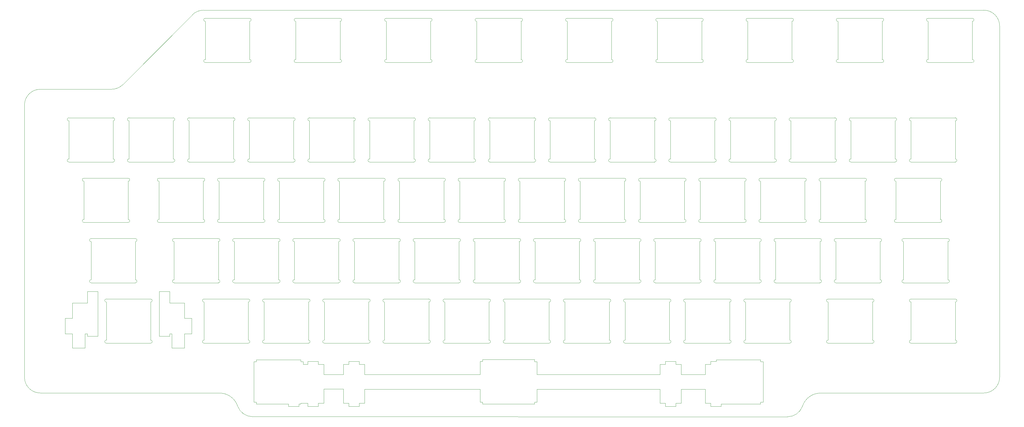
<source format=gm1>
G04 #@! TF.GenerationSoftware,KiCad,Pcbnew,5.1.9+dfsg1-1*
G04 #@! TF.CreationDate,2021-12-31T17:37:14+01:00*
G04 #@! TF.ProjectId,Atari130MXPlate,41746172-6931-4333-904d-58506c617465,C.5*
G04 #@! TF.SameCoordinates,Original*
G04 #@! TF.FileFunction,Profile,NP*
%FSLAX46Y46*%
G04 Gerber Fmt 4.6, Leading zero omitted, Abs format (unit mm)*
G04 Created by KiCad (PCBNEW 5.1.9+dfsg1-1) date 2021-12-31 17:37:14*
%MOMM*%
%LPD*%
G01*
G04 APERTURE LIST*
G04 #@! TA.AperFunction,Profile*
%ADD10C,0.100000*%
G04 #@! TD*
G04 #@! TA.AperFunction,Profile*
%ADD11C,0.050000*%
G04 #@! TD*
G04 #@! TA.AperFunction,Profile*
%ADD12C,0.120000*%
G04 #@! TD*
G04 APERTURE END LIST*
D10*
X115734300Y-146916400D02*
X119036100Y-146916400D01*
X126901200Y-136853710D02*
X133067300Y-136853710D01*
X133067400Y-141455400D02*
X126901200Y-141453580D01*
X121876600Y-145938500D02*
X121876600Y-146903700D01*
X125175700Y-146903700D02*
X125175700Y-145887700D01*
X125175800Y-145887700D02*
X126901300Y-145887700D01*
X125175800Y-132666770D02*
X121876700Y-132666770D01*
X126901200Y-136853710D02*
X126901200Y-133623510D01*
X119623200Y-145935240D02*
X121876600Y-145938500D01*
X125175700Y-133623510D02*
X125175800Y-132666770D01*
X126901200Y-133623510D02*
X125175700Y-133623510D01*
X121876600Y-146903700D02*
X125175700Y-146903700D01*
X121873800Y-132667000D02*
X121873800Y-133636210D01*
X126901300Y-145887700D02*
X126901200Y-141453580D01*
X134792500Y-145935240D02*
X134792500Y-146916400D01*
X252385500Y-146165370D02*
X264879500Y-146165370D01*
X176260400Y-145565930D02*
X177061200Y-145565930D01*
X105623660Y-132765310D02*
X104823030Y-132765310D01*
X177061200Y-145565930D02*
X177061300Y-146130530D01*
X119036100Y-146916400D02*
X119036100Y-146165370D01*
X264879500Y-132165910D02*
X250878500Y-132165910D01*
X138091600Y-146916400D02*
X138091600Y-145900400D01*
X193441800Y-132765310D02*
X193441900Y-132131070D01*
X194242600Y-132765310D02*
X193441800Y-132765310D01*
X233067500Y-145935240D02*
X234791500Y-145935240D01*
X252385600Y-146881560D02*
X252385500Y-146165370D01*
X238091500Y-145935240D02*
X239816500Y-145935240D01*
X194242600Y-141466280D02*
X233067500Y-141466280D01*
X119623200Y-132165910D02*
X105623660Y-132165910D01*
X233067500Y-141466280D02*
X233067500Y-145935240D01*
X120422400Y-133636210D02*
X120422400Y-132765310D01*
X121873800Y-133636210D02*
X120422400Y-133636210D01*
X105623660Y-145565930D02*
X105623660Y-146165370D01*
X247360500Y-141466280D02*
X247360500Y-145935240D01*
X139817100Y-141466280D02*
X176260400Y-141466280D01*
X115734300Y-146165370D02*
X115734300Y-146916400D01*
X119623200Y-132765310D02*
X119623200Y-132165910D01*
X120422400Y-132765310D02*
X119623200Y-132765310D01*
X176260400Y-141466280D02*
X176260400Y-145565930D01*
X264879500Y-132765310D02*
X264879500Y-132165910D01*
X265678500Y-132765310D02*
X264879500Y-132765310D01*
X139817200Y-136831570D02*
X139817100Y-133636210D01*
X265678600Y-145531090D02*
X265678500Y-132765310D01*
X133067400Y-133601370D02*
X133067300Y-136853710D01*
X193441800Y-145565930D02*
X194242600Y-145565930D01*
X119623200Y-146165370D02*
X119623200Y-145935240D01*
X133067300Y-145935240D02*
X134792500Y-145935240D01*
X239816500Y-141466280D02*
X247360500Y-141466280D01*
X104823030Y-145565930D02*
X105623660Y-145565930D01*
X194242600Y-145565930D02*
X194242600Y-141466280D01*
X247360500Y-145935240D02*
X249085500Y-145935240D01*
X139817100Y-133636210D02*
X138091600Y-133636210D01*
X104823030Y-132765310D02*
X104823030Y-145565930D01*
X249085500Y-132714310D02*
X249085600Y-133601370D01*
X250878500Y-132714310D02*
X249085500Y-132714310D01*
X264879500Y-146165370D02*
X264879600Y-145531090D01*
X239816500Y-145935240D02*
X239816500Y-141466280D01*
X250878500Y-132165910D02*
X250878500Y-132714310D01*
X134792500Y-146916400D02*
X138091600Y-146916400D01*
X119036100Y-146165370D02*
X119623200Y-146165370D01*
X234791500Y-145935240D02*
X234791600Y-146881560D01*
X249085500Y-145935240D02*
X249085600Y-146881560D01*
X105623660Y-132165910D02*
X105623660Y-132765310D01*
X105623660Y-146165370D02*
X115734300Y-146165370D01*
X238091600Y-133601370D02*
X238091600Y-132679470D01*
X239816600Y-133601370D02*
X238091600Y-133601370D01*
X234791600Y-132679470D02*
X234791600Y-133601370D01*
X238091600Y-132679470D02*
X234791600Y-132679470D01*
X193441900Y-146130530D02*
X193441800Y-145565930D01*
X238091600Y-146881560D02*
X238091500Y-145935240D01*
X249085600Y-133601370D02*
X247360600Y-133601370D01*
X134792600Y-132679470D02*
X134792600Y-133601370D01*
X138091700Y-132679470D02*
X134792600Y-132679470D01*
X264879600Y-145531090D02*
X265678600Y-145531090D01*
X233067600Y-133601370D02*
X233067600Y-136831570D01*
X234791600Y-133601370D02*
X233067600Y-133601370D01*
X138091700Y-133632200D02*
X138091700Y-132679470D01*
X133067400Y-141455400D02*
X133067300Y-145935240D01*
X247360600Y-133601370D02*
X247360600Y-136831570D01*
X176260500Y-132730470D02*
X176260500Y-136831570D01*
X177061300Y-132730470D02*
X176260500Y-132730470D01*
X134792600Y-133601370D02*
X133067400Y-133601370D01*
X177061300Y-132131070D02*
X177061300Y-132730470D01*
X193441900Y-132131070D02*
X177061300Y-132131070D01*
X234791600Y-146881560D02*
X238091600Y-146881560D01*
X177061300Y-146130530D02*
X193441900Y-146130530D01*
X249085600Y-146881560D02*
X252385600Y-146881560D01*
X176260500Y-136831570D02*
X139817200Y-136831570D01*
X239816600Y-136831570D02*
X239816600Y-133601370D01*
X247360600Y-136831570D02*
X239816600Y-136831570D01*
X194242700Y-136831570D02*
X194242600Y-132765310D01*
X233067600Y-136831570D02*
X194242700Y-136831570D01*
X139817200Y-145900400D02*
X139817100Y-141466280D01*
X138091700Y-145900400D02*
X139817200Y-145900400D01*
D11*
X85401918Y-23152338D02*
G75*
G02*
X88902060Y-21690000I3530622J-3530622D01*
G01*
X63432540Y-45218494D02*
G75*
G02*
X59897006Y-46682960I-3535534J3535534D01*
G01*
X32370000Y-51690000D02*
G75*
G02*
X37370000Y-46690000I5000000J0D01*
G01*
X37370000Y-142690000D02*
G75*
G02*
X32370000Y-137690000I0J5000000D01*
G01*
X93977645Y-142706976D02*
X37370000Y-142690000D01*
X99720157Y-146884367D02*
G75*
G03*
X93977645Y-142706976I-5742512J-1858319D01*
G01*
X99720157Y-146884367D02*
G75*
G03*
X104418620Y-150174266I4698463J1710101D01*
G01*
X278089444Y-146906806D02*
G75*
G02*
X283838715Y-142708398I5749271J-1837302D01*
G01*
X278089444Y-146906806D02*
G75*
G02*
X273390981Y-150196705I-4698463J1710101D01*
G01*
X340370000Y-137690000D02*
G75*
G02*
X335370000Y-142690000I-5000000J0D01*
G01*
X335370000Y-21690000D02*
G75*
G02*
X340370000Y-26690000I0J-5000000D01*
G01*
X63432540Y-45218494D02*
X85401918Y-23152338D01*
X37370000Y-46690000D02*
X59897006Y-46682960D01*
X32370000Y-137690000D02*
X32370000Y-51690000D01*
X273390981Y-150196705D02*
X104418620Y-150174266D01*
X335370000Y-21690000D02*
X88902060Y-21690000D01*
X340370000Y-137690000D02*
X340370000Y-26690000D01*
X283838715Y-142708398D02*
X335370000Y-142690000D01*
D12*
X89470000Y-38240000D02*
X103470000Y-38240000D01*
X89470000Y-24240000D02*
X103470000Y-24240000D01*
X89470000Y-25240000D02*
X89470000Y-37240000D01*
X103470000Y-25240000D02*
X103470000Y-37240000D01*
X103470000Y-24240000D02*
G75*
G02*
X103470000Y-25240000I0J-500000D01*
G01*
X89470000Y-25240000D02*
G75*
G02*
X89470000Y-24240000I0J500000D01*
G01*
X103470000Y-37240000D02*
G75*
G02*
X103470000Y-38240000I0J-500000D01*
G01*
X89470000Y-38240000D02*
G75*
G02*
X89470000Y-37240000I0J500000D01*
G01*
X118045000Y-38240000D02*
X132045000Y-38240000D01*
X118045000Y-24240000D02*
X132045000Y-24240000D01*
X118045000Y-25240000D02*
X118045000Y-37240000D01*
X132045000Y-25240000D02*
X132045000Y-37240000D01*
X132045000Y-24240000D02*
G75*
G02*
X132045000Y-25240000I0J-500000D01*
G01*
X118045000Y-25240000D02*
G75*
G02*
X118045000Y-24240000I0J500000D01*
G01*
X132045000Y-37240000D02*
G75*
G02*
X132045000Y-38240000I0J-500000D01*
G01*
X118045000Y-38240000D02*
G75*
G02*
X118045000Y-37240000I0J500000D01*
G01*
X146620000Y-38240000D02*
X160620000Y-38240000D01*
X146620000Y-24240000D02*
X160620000Y-24240000D01*
X146620000Y-25240000D02*
X146620000Y-37240000D01*
X160620000Y-25240000D02*
X160620000Y-37240000D01*
X160620000Y-24240000D02*
G75*
G02*
X160620000Y-25240000I0J-500000D01*
G01*
X146620000Y-25240000D02*
G75*
G02*
X146620000Y-24240000I0J500000D01*
G01*
X160620000Y-37240000D02*
G75*
G02*
X160620000Y-38240000I0J-500000D01*
G01*
X146620000Y-38240000D02*
G75*
G02*
X146620000Y-37240000I0J500000D01*
G01*
X175195000Y-38240000D02*
X189195000Y-38240000D01*
X175195000Y-24240000D02*
X189195000Y-24240000D01*
X175195000Y-25240000D02*
X175195000Y-37240000D01*
X189195000Y-25240000D02*
X189195000Y-37240000D01*
X189195000Y-24240000D02*
G75*
G02*
X189195000Y-25240000I0J-500000D01*
G01*
X175195000Y-25240000D02*
G75*
G02*
X175195000Y-24240000I0J500000D01*
G01*
X189195000Y-37240000D02*
G75*
G02*
X189195000Y-38240000I0J-500000D01*
G01*
X175195000Y-38240000D02*
G75*
G02*
X175195000Y-37240000I0J500000D01*
G01*
X289270000Y-38240000D02*
X303270000Y-38240000D01*
X289270000Y-24240000D02*
X303270000Y-24240000D01*
X289270000Y-25240000D02*
X289270000Y-37240000D01*
X303270000Y-25240000D02*
X303270000Y-37240000D01*
X303270000Y-24240000D02*
G75*
G02*
X303270000Y-25240000I0J-500000D01*
G01*
X289270000Y-25240000D02*
G75*
G02*
X289270000Y-24240000I0J500000D01*
G01*
X303270000Y-37240000D02*
G75*
G02*
X303270000Y-38240000I0J-500000D01*
G01*
X289270000Y-38240000D02*
G75*
G02*
X289270000Y-37240000I0J500000D01*
G01*
X232270000Y-38240000D02*
X246270000Y-38240000D01*
X232270000Y-24240000D02*
X246270000Y-24240000D01*
X232270000Y-25240000D02*
X232270000Y-37240000D01*
X246270000Y-25240000D02*
X246270000Y-37240000D01*
X246270000Y-24240000D02*
G75*
G02*
X246270000Y-25240000I0J-500000D01*
G01*
X232270000Y-25240000D02*
G75*
G02*
X232270000Y-24240000I0J500000D01*
G01*
X246270000Y-37240000D02*
G75*
G02*
X246270000Y-38240000I0J-500000D01*
G01*
X232270000Y-38240000D02*
G75*
G02*
X232270000Y-37240000I0J500000D01*
G01*
X203770000Y-38240000D02*
X217770000Y-38240000D01*
X203770000Y-24240000D02*
X217770000Y-24240000D01*
X203770000Y-25240000D02*
X203770000Y-37240000D01*
X217770000Y-25240000D02*
X217770000Y-37240000D01*
X217770000Y-24240000D02*
G75*
G02*
X217770000Y-25240000I0J-500000D01*
G01*
X203770000Y-25240000D02*
G75*
G02*
X203770000Y-24240000I0J500000D01*
G01*
X217770000Y-37240000D02*
G75*
G02*
X217770000Y-38240000I0J-500000D01*
G01*
X203770000Y-38240000D02*
G75*
G02*
X203770000Y-37240000I0J500000D01*
G01*
X317770000Y-38240000D02*
X331770000Y-38240000D01*
X317770000Y-24240000D02*
X331770000Y-24240000D01*
X317770000Y-25240000D02*
X317770000Y-37240000D01*
X331770000Y-25240000D02*
X331770000Y-37240000D01*
X331770000Y-24240000D02*
G75*
G02*
X331770000Y-25240000I0J-500000D01*
G01*
X317770000Y-25240000D02*
G75*
G02*
X317770000Y-24240000I0J500000D01*
G01*
X331770000Y-37240000D02*
G75*
G02*
X331770000Y-38240000I0J-500000D01*
G01*
X317770000Y-38240000D02*
G75*
G02*
X317770000Y-37240000I0J500000D01*
G01*
X260770000Y-38240000D02*
X274770000Y-38240000D01*
X260770000Y-24240000D02*
X274770000Y-24240000D01*
X260770000Y-25240000D02*
X260770000Y-37240000D01*
X274770000Y-25240000D02*
X274770000Y-37240000D01*
X274770000Y-24240000D02*
G75*
G02*
X274770000Y-25240000I0J-500000D01*
G01*
X260770000Y-25240000D02*
G75*
G02*
X260770000Y-24240000I0J500000D01*
G01*
X274770000Y-37240000D02*
G75*
G02*
X274770000Y-38240000I0J-500000D01*
G01*
X260770000Y-38240000D02*
G75*
G02*
X260770000Y-37240000I0J500000D01*
G01*
X82920000Y-128460000D02*
X82920000Y-123960000D01*
X78220000Y-123960000D02*
X78920000Y-123960000D01*
X82920000Y-114260000D02*
X82920000Y-119060000D01*
X82920000Y-123960000D02*
X85220000Y-123960000D01*
X85220000Y-123960000D02*
X85220000Y-119060000D01*
X78920000Y-128460000D02*
X82920000Y-128460000D01*
X78920000Y-123960000D02*
X78920000Y-128460000D01*
X85220000Y-119060000D02*
X82920000Y-119060000D01*
X78220000Y-114260000D02*
X82920000Y-114260000D01*
X78220000Y-124760000D02*
X78220000Y-123960000D01*
X74920000Y-124760000D02*
X78220000Y-124760000D01*
X74920000Y-110560000D02*
X74920000Y-124760000D01*
X78220000Y-110560000D02*
X78220000Y-114260000D01*
X74920000Y-110560000D02*
X78220000Y-110560000D01*
X72220000Y-113960000D02*
X72220000Y-125960000D01*
X58220000Y-126960000D02*
X72220000Y-126960000D01*
X58220000Y-112960000D02*
X72220000Y-112960000D01*
X58220000Y-113960000D02*
X58220000Y-125960000D01*
X47520000Y-114260000D02*
X47520000Y-119060000D01*
X45220000Y-119060000D02*
X47520000Y-119060000D01*
X45220000Y-123960000D02*
X45220000Y-119060000D01*
X47520000Y-123960000D02*
X45220000Y-123960000D01*
X47520000Y-128460000D02*
X47520000Y-123960000D01*
X51520000Y-128460000D02*
X47520000Y-128460000D01*
X51520000Y-123960000D02*
X51520000Y-128460000D01*
X52220000Y-123960000D02*
X51520000Y-123960000D01*
X52220000Y-124760000D02*
X52220000Y-123960000D01*
X55520000Y-124760000D02*
X52220000Y-124760000D01*
X55520000Y-110560000D02*
X55520000Y-124760000D01*
X55520000Y-110560000D02*
X52220000Y-110560000D01*
X52220000Y-110560000D02*
X52220000Y-114260000D01*
X52220000Y-114260000D02*
X47520000Y-114260000D01*
X58220000Y-126960000D02*
G75*
G02*
X58220000Y-125960000I0J500000D01*
G01*
X72220000Y-112960000D02*
G75*
G02*
X72220000Y-113960000I0J-500000D01*
G01*
X58220000Y-113960000D02*
G75*
G02*
X58220000Y-112960000I0J500000D01*
G01*
X72220000Y-125960000D02*
G75*
G02*
X72220000Y-126960000I0J-500000D01*
G01*
X324010000Y-94860000D02*
X324010000Y-106860000D01*
X310010000Y-93860000D02*
X324010000Y-93860000D01*
X310010000Y-107860000D02*
X324010000Y-107860000D01*
X310010000Y-94860000D02*
X310010000Y-106860000D01*
X310010000Y-107860000D02*
G75*
G02*
X310010000Y-106860000I0J500000D01*
G01*
X324010000Y-106860000D02*
G75*
G02*
X324010000Y-107860000I0J-500000D01*
G01*
X310010000Y-94860000D02*
G75*
G02*
X310010000Y-93860000I0J500000D01*
G01*
X324010000Y-93860000D02*
G75*
G02*
X324010000Y-94860000I0J-500000D01*
G01*
X67410000Y-94860000D02*
X67410000Y-106860000D01*
X53410000Y-94860000D02*
X53410000Y-106860000D01*
X53410000Y-93860000D02*
X67410000Y-93860000D01*
X53410000Y-107860000D02*
X67410000Y-107860000D01*
X67410000Y-93860000D02*
G75*
G02*
X67410000Y-94860000I0J-500000D01*
G01*
X53410000Y-94860000D02*
G75*
G02*
X53410000Y-93860000I0J500000D01*
G01*
X67410000Y-106860000D02*
G75*
G02*
X67410000Y-107860000I0J-500000D01*
G01*
X53410000Y-107860000D02*
G75*
G02*
X53410000Y-106860000I0J500000D01*
G01*
X300195000Y-113960000D02*
X300195000Y-125960000D01*
X286195000Y-113960000D02*
X286195000Y-125960000D01*
X286195000Y-112960000D02*
X300195000Y-112960000D01*
X286195000Y-126960000D02*
X300195000Y-126960000D01*
X300195000Y-112960000D02*
G75*
G02*
X300195000Y-113960000I0J-500000D01*
G01*
X286195000Y-113960000D02*
G75*
G02*
X286195000Y-112960000I0J500000D01*
G01*
X300195000Y-125960000D02*
G75*
G02*
X300195000Y-126960000I0J-500000D01*
G01*
X286195000Y-126960000D02*
G75*
G02*
X286195000Y-125960000I0J500000D01*
G01*
X51130000Y-88790000D02*
X65130000Y-88790000D01*
X51130000Y-74790000D02*
X65130000Y-74790000D01*
X51130000Y-75790000D02*
X51130000Y-87790000D01*
X65130000Y-75790000D02*
X65130000Y-87790000D01*
X65130000Y-74790000D02*
G75*
G02*
X65130000Y-75790000I0J-500000D01*
G01*
X51130000Y-75790000D02*
G75*
G02*
X51130000Y-74790000I0J500000D01*
G01*
X65130000Y-87790000D02*
G75*
G02*
X65130000Y-88790000I0J-500000D01*
G01*
X51130000Y-88790000D02*
G75*
G02*
X51130000Y-87790000I0J500000D01*
G01*
X307630000Y-88790000D02*
X321630000Y-88790000D01*
X307630000Y-74790000D02*
X321630000Y-74790000D01*
X307630000Y-75790000D02*
X307630000Y-87790000D01*
X321630000Y-75790000D02*
X321630000Y-87790000D01*
X321630000Y-74790000D02*
G75*
G02*
X321630000Y-75790000I0J-500000D01*
G01*
X307630000Y-75790000D02*
G75*
G02*
X307630000Y-74790000I0J500000D01*
G01*
X321630000Y-87790000D02*
G75*
G02*
X321630000Y-88790000I0J-500000D01*
G01*
X307630000Y-88790000D02*
G75*
G02*
X307630000Y-87790000I0J500000D01*
G01*
X60370000Y-56690000D02*
X60370000Y-68690000D01*
X46370000Y-55690000D02*
X60370000Y-55690000D01*
X46370000Y-69690000D02*
X60370000Y-69690000D01*
X46370000Y-56690000D02*
X46370000Y-68690000D01*
X46370000Y-69690000D02*
G75*
G02*
X46370000Y-68690000I0J500000D01*
G01*
X60370000Y-68690000D02*
G75*
G02*
X60370000Y-69690000I0J-500000D01*
G01*
X46370000Y-56690000D02*
G75*
G02*
X46370000Y-55690000I0J500000D01*
G01*
X60370000Y-55690000D02*
G75*
G02*
X60370000Y-56690000I0J-500000D01*
G01*
X207610000Y-94860000D02*
X207610000Y-106860000D01*
X193610000Y-93860000D02*
X207610000Y-93860000D01*
X193610000Y-107860000D02*
X207610000Y-107860000D01*
X193610000Y-94860000D02*
X193610000Y-106860000D01*
X193610000Y-107860000D02*
G75*
G02*
X193610000Y-106860000I0J500000D01*
G01*
X207610000Y-106860000D02*
G75*
G02*
X207610000Y-107860000I0J-500000D01*
G01*
X193610000Y-94860000D02*
G75*
G02*
X193610000Y-93860000I0J500000D01*
G01*
X207610000Y-93860000D02*
G75*
G02*
X207610000Y-94860000I0J-500000D01*
G01*
X150610000Y-94860000D02*
X150610000Y-106860000D01*
X136610000Y-93860000D02*
X150610000Y-93860000D01*
X136610000Y-107860000D02*
X150610000Y-107860000D01*
X136610000Y-94860000D02*
X136610000Y-106860000D01*
X136610000Y-107860000D02*
G75*
G02*
X136610000Y-106860000I0J500000D01*
G01*
X150610000Y-106860000D02*
G75*
G02*
X150610000Y-107860000I0J-500000D01*
G01*
X136610000Y-94860000D02*
G75*
G02*
X136610000Y-93860000I0J500000D01*
G01*
X150610000Y-93860000D02*
G75*
G02*
X150610000Y-94860000I0J-500000D01*
G01*
X141070000Y-113960000D02*
X141070000Y-125960000D01*
X127070000Y-112960000D02*
X141070000Y-112960000D01*
X127070000Y-126960000D02*
X141070000Y-126960000D01*
X127070000Y-113960000D02*
X127070000Y-125960000D01*
X127070000Y-126960000D02*
G75*
G02*
X127070000Y-125960000I0J500000D01*
G01*
X141070000Y-125960000D02*
G75*
G02*
X141070000Y-126960000I0J-500000D01*
G01*
X127070000Y-113960000D02*
G75*
G02*
X127070000Y-112960000I0J500000D01*
G01*
X141070000Y-112960000D02*
G75*
G02*
X141070000Y-113960000I0J-500000D01*
G01*
X236070000Y-113960000D02*
X236070000Y-125960000D01*
X222070000Y-112960000D02*
X236070000Y-112960000D01*
X222070000Y-126960000D02*
X236070000Y-126960000D01*
X222070000Y-113960000D02*
X222070000Y-125960000D01*
X222070000Y-126960000D02*
G75*
G02*
X222070000Y-125960000I0J500000D01*
G01*
X236070000Y-125960000D02*
G75*
G02*
X236070000Y-126960000I0J-500000D01*
G01*
X222070000Y-113960000D02*
G75*
G02*
X222070000Y-112960000I0J500000D01*
G01*
X236070000Y-112960000D02*
G75*
G02*
X236070000Y-113960000I0J-500000D01*
G01*
X131610000Y-94860000D02*
X131610000Y-106860000D01*
X117610000Y-93860000D02*
X131610000Y-93860000D01*
X117610000Y-107860000D02*
X131610000Y-107860000D01*
X117610000Y-94860000D02*
X117610000Y-106860000D01*
X117610000Y-107860000D02*
G75*
G02*
X117610000Y-106860000I0J500000D01*
G01*
X131610000Y-106860000D02*
G75*
G02*
X131610000Y-107860000I0J-500000D01*
G01*
X117610000Y-94860000D02*
G75*
G02*
X117610000Y-93860000I0J500000D01*
G01*
X131610000Y-93860000D02*
G75*
G02*
X131610000Y-94860000I0J-500000D01*
G01*
X297830000Y-75790000D02*
X297830000Y-87790000D01*
X283830000Y-74790000D02*
X297830000Y-74790000D01*
X283830000Y-88790000D02*
X297830000Y-88790000D01*
X283830000Y-75790000D02*
X283830000Y-87790000D01*
X283830000Y-88790000D02*
G75*
G02*
X283830000Y-87790000I0J500000D01*
G01*
X297830000Y-87790000D02*
G75*
G02*
X297830000Y-88790000I0J-500000D01*
G01*
X283830000Y-75790000D02*
G75*
G02*
X283830000Y-74790000I0J500000D01*
G01*
X297830000Y-74790000D02*
G75*
G02*
X297830000Y-75790000I0J-500000D01*
G01*
X169610000Y-94860000D02*
X169610000Y-106860000D01*
X155610000Y-93860000D02*
X169610000Y-93860000D01*
X155610000Y-107860000D02*
X169610000Y-107860000D01*
X155610000Y-94860000D02*
X155610000Y-106860000D01*
X155610000Y-107860000D02*
G75*
G02*
X155610000Y-106860000I0J500000D01*
G01*
X169610000Y-106860000D02*
G75*
G02*
X169610000Y-107860000I0J-500000D01*
G01*
X155610000Y-94860000D02*
G75*
G02*
X155610000Y-93860000I0J500000D01*
G01*
X169610000Y-93860000D02*
G75*
G02*
X169610000Y-94860000I0J-500000D01*
G01*
X221830000Y-75790000D02*
X221830000Y-87790000D01*
X207830000Y-74790000D02*
X221830000Y-74790000D01*
X207830000Y-88790000D02*
X221830000Y-88790000D01*
X207830000Y-75790000D02*
X207830000Y-87790000D01*
X207830000Y-88790000D02*
G75*
G02*
X207830000Y-87790000I0J500000D01*
G01*
X221830000Y-87790000D02*
G75*
G02*
X221830000Y-88790000I0J-500000D01*
G01*
X207830000Y-75790000D02*
G75*
G02*
X207830000Y-74790000I0J500000D01*
G01*
X221830000Y-74790000D02*
G75*
G02*
X221830000Y-75790000I0J-500000D01*
G01*
X179070000Y-113960000D02*
X179070000Y-125960000D01*
X165070000Y-112960000D02*
X179070000Y-112960000D01*
X165070000Y-126960000D02*
X179070000Y-126960000D01*
X165070000Y-113960000D02*
X165070000Y-125960000D01*
X165070000Y-126960000D02*
G75*
G02*
X165070000Y-125960000I0J500000D01*
G01*
X179070000Y-125960000D02*
G75*
G02*
X179070000Y-126960000I0J-500000D01*
G01*
X165070000Y-113960000D02*
G75*
G02*
X165070000Y-112960000I0J500000D01*
G01*
X179070000Y-112960000D02*
G75*
G02*
X179070000Y-113960000I0J-500000D01*
G01*
X326370000Y-56690000D02*
X326370000Y-68690000D01*
X312370000Y-55690000D02*
X326370000Y-55690000D01*
X312370000Y-69690000D02*
X326370000Y-69690000D01*
X312370000Y-56690000D02*
X312370000Y-68690000D01*
X312370000Y-69690000D02*
G75*
G02*
X312370000Y-68690000I0J500000D01*
G01*
X326370000Y-68690000D02*
G75*
G02*
X326370000Y-69690000I0J-500000D01*
G01*
X312370000Y-56690000D02*
G75*
G02*
X312370000Y-55690000I0J500000D01*
G01*
X326370000Y-55690000D02*
G75*
G02*
X326370000Y-56690000I0J-500000D01*
G01*
X126830000Y-75790000D02*
X126830000Y-87790000D01*
X112830000Y-74790000D02*
X126830000Y-74790000D01*
X112830000Y-88790000D02*
X126830000Y-88790000D01*
X112830000Y-75790000D02*
X112830000Y-87790000D01*
X112830000Y-88790000D02*
G75*
G02*
X112830000Y-87790000I0J500000D01*
G01*
X126830000Y-87790000D02*
G75*
G02*
X126830000Y-88790000I0J-500000D01*
G01*
X112830000Y-75790000D02*
G75*
G02*
X112830000Y-74790000I0J500000D01*
G01*
X126830000Y-74790000D02*
G75*
G02*
X126830000Y-75790000I0J-500000D01*
G01*
X326370000Y-113960000D02*
X326370000Y-125960000D01*
X312370000Y-112960000D02*
X326370000Y-112960000D01*
X312370000Y-126960000D02*
X326370000Y-126960000D01*
X312370000Y-113960000D02*
X312370000Y-125960000D01*
X312370000Y-126960000D02*
G75*
G02*
X312370000Y-125960000I0J500000D01*
G01*
X326370000Y-125960000D02*
G75*
G02*
X326370000Y-126960000I0J-500000D01*
G01*
X312370000Y-113960000D02*
G75*
G02*
X312370000Y-112960000I0J500000D01*
G01*
X326370000Y-112960000D02*
G75*
G02*
X326370000Y-113960000I0J-500000D01*
G01*
X278830000Y-75790000D02*
X278830000Y-87790000D01*
X264830000Y-74790000D02*
X278830000Y-74790000D01*
X264830000Y-88790000D02*
X278830000Y-88790000D01*
X264830000Y-75790000D02*
X264830000Y-87790000D01*
X264830000Y-88790000D02*
G75*
G02*
X264830000Y-87790000I0J500000D01*
G01*
X278830000Y-87790000D02*
G75*
G02*
X278830000Y-88790000I0J-500000D01*
G01*
X264830000Y-75790000D02*
G75*
G02*
X264830000Y-74790000I0J500000D01*
G01*
X278830000Y-74790000D02*
G75*
G02*
X278830000Y-75790000I0J-500000D01*
G01*
X307370000Y-56690000D02*
X307370000Y-68690000D01*
X293370000Y-55690000D02*
X307370000Y-55690000D01*
X293370000Y-69690000D02*
X307370000Y-69690000D01*
X293370000Y-56690000D02*
X293370000Y-68690000D01*
X293370000Y-69690000D02*
G75*
G02*
X293370000Y-68690000I0J500000D01*
G01*
X307370000Y-68690000D02*
G75*
G02*
X307370000Y-69690000I0J-500000D01*
G01*
X293370000Y-56690000D02*
G75*
G02*
X293370000Y-55690000I0J500000D01*
G01*
X307370000Y-55690000D02*
G75*
G02*
X307370000Y-56690000I0J-500000D01*
G01*
X288370000Y-56690000D02*
X288370000Y-68690000D01*
X274370000Y-55690000D02*
X288370000Y-55690000D01*
X274370000Y-69690000D02*
X288370000Y-69690000D01*
X274370000Y-56690000D02*
X274370000Y-68690000D01*
X274370000Y-69690000D02*
G75*
G02*
X274370000Y-68690000I0J500000D01*
G01*
X288370000Y-68690000D02*
G75*
G02*
X288370000Y-69690000I0J-500000D01*
G01*
X274370000Y-56690000D02*
G75*
G02*
X274370000Y-55690000I0J500000D01*
G01*
X288370000Y-55690000D02*
G75*
G02*
X288370000Y-56690000I0J-500000D01*
G01*
X188610000Y-94860000D02*
X188610000Y-106860000D01*
X174610000Y-93860000D02*
X188610000Y-93860000D01*
X174610000Y-107860000D02*
X188610000Y-107860000D01*
X174610000Y-94860000D02*
X174610000Y-106860000D01*
X174610000Y-107860000D02*
G75*
G02*
X174610000Y-106860000I0J500000D01*
G01*
X188610000Y-106860000D02*
G75*
G02*
X188610000Y-107860000I0J-500000D01*
G01*
X174610000Y-94860000D02*
G75*
G02*
X174610000Y-93860000I0J500000D01*
G01*
X188610000Y-93860000D02*
G75*
G02*
X188610000Y-94860000I0J-500000D01*
G01*
X259830000Y-75790000D02*
X259830000Y-87790000D01*
X245830000Y-74790000D02*
X259830000Y-74790000D01*
X245830000Y-88790000D02*
X259830000Y-88790000D01*
X245830000Y-75790000D02*
X245830000Y-87790000D01*
X245830000Y-88790000D02*
G75*
G02*
X245830000Y-87790000I0J500000D01*
G01*
X259830000Y-87790000D02*
G75*
G02*
X259830000Y-88790000I0J-500000D01*
G01*
X245830000Y-75790000D02*
G75*
G02*
X245830000Y-74790000I0J500000D01*
G01*
X259830000Y-74790000D02*
G75*
G02*
X259830000Y-75790000I0J-500000D01*
G01*
X274070000Y-113960000D02*
X274070000Y-125960000D01*
X260070000Y-112960000D02*
X274070000Y-112960000D01*
X260070000Y-126960000D02*
X274070000Y-126960000D01*
X260070000Y-113960000D02*
X260070000Y-125960000D01*
X260070000Y-126960000D02*
G75*
G02*
X260070000Y-125960000I0J500000D01*
G01*
X274070000Y-125960000D02*
G75*
G02*
X274070000Y-126960000I0J-500000D01*
G01*
X260070000Y-113960000D02*
G75*
G02*
X260070000Y-112960000I0J500000D01*
G01*
X274070000Y-112960000D02*
G75*
G02*
X274070000Y-113960000I0J-500000D01*
G01*
X264610000Y-94860000D02*
X264610000Y-106860000D01*
X250610000Y-93860000D02*
X264610000Y-93860000D01*
X250610000Y-107860000D02*
X264610000Y-107860000D01*
X250610000Y-94860000D02*
X250610000Y-106860000D01*
X250610000Y-107860000D02*
G75*
G02*
X250610000Y-106860000I0J500000D01*
G01*
X264610000Y-106860000D02*
G75*
G02*
X264610000Y-107860000I0J-500000D01*
G01*
X250610000Y-94860000D02*
G75*
G02*
X250610000Y-93860000I0J500000D01*
G01*
X264610000Y-93860000D02*
G75*
G02*
X264610000Y-94860000I0J-500000D01*
G01*
X269370000Y-56690000D02*
X269370000Y-68690000D01*
X255370000Y-55690000D02*
X269370000Y-55690000D01*
X255370000Y-69690000D02*
X269370000Y-69690000D01*
X255370000Y-56690000D02*
X255370000Y-68690000D01*
X255370000Y-69690000D02*
G75*
G02*
X255370000Y-68690000I0J500000D01*
G01*
X269370000Y-68690000D02*
G75*
G02*
X269370000Y-69690000I0J-500000D01*
G01*
X255370000Y-56690000D02*
G75*
G02*
X255370000Y-55690000I0J500000D01*
G01*
X269370000Y-55690000D02*
G75*
G02*
X269370000Y-56690000I0J-500000D01*
G01*
X198070000Y-113960000D02*
X198070000Y-125960000D01*
X184070000Y-112960000D02*
X198070000Y-112960000D01*
X184070000Y-126960000D02*
X198070000Y-126960000D01*
X184070000Y-113960000D02*
X184070000Y-125960000D01*
X184070000Y-126960000D02*
G75*
G02*
X184070000Y-125960000I0J500000D01*
G01*
X198070000Y-125960000D02*
G75*
G02*
X198070000Y-126960000I0J-500000D01*
G01*
X184070000Y-113960000D02*
G75*
G02*
X184070000Y-112960000I0J500000D01*
G01*
X198070000Y-112960000D02*
G75*
G02*
X198070000Y-113960000I0J-500000D01*
G01*
X164830000Y-75790000D02*
X164830000Y-87790000D01*
X150830000Y-74790000D02*
X164830000Y-74790000D01*
X150830000Y-88790000D02*
X164830000Y-88790000D01*
X150830000Y-75790000D02*
X150830000Y-87790000D01*
X150830000Y-88790000D02*
G75*
G02*
X150830000Y-87790000I0J500000D01*
G01*
X164830000Y-87790000D02*
G75*
G02*
X164830000Y-88790000I0J-500000D01*
G01*
X150830000Y-75790000D02*
G75*
G02*
X150830000Y-74790000I0J500000D01*
G01*
X164830000Y-74790000D02*
G75*
G02*
X164830000Y-75790000I0J-500000D01*
G01*
X217070000Y-113960000D02*
X217070000Y-125960000D01*
X203070000Y-112960000D02*
X217070000Y-112960000D01*
X203070000Y-126960000D02*
X217070000Y-126960000D01*
X203070000Y-113960000D02*
X203070000Y-125960000D01*
X203070000Y-126960000D02*
G75*
G02*
X203070000Y-125960000I0J500000D01*
G01*
X217070000Y-125960000D02*
G75*
G02*
X217070000Y-126960000I0J-500000D01*
G01*
X203070000Y-113960000D02*
G75*
G02*
X203070000Y-112960000I0J500000D01*
G01*
X217070000Y-112960000D02*
G75*
G02*
X217070000Y-113960000I0J-500000D01*
G01*
X112610000Y-94860000D02*
X112610000Y-106860000D01*
X98610000Y-93860000D02*
X112610000Y-93860000D01*
X98610000Y-107860000D02*
X112610000Y-107860000D01*
X98610000Y-94860000D02*
X98610000Y-106860000D01*
X98610000Y-107860000D02*
G75*
G02*
X98610000Y-106860000I0J500000D01*
G01*
X112610000Y-106860000D02*
G75*
G02*
X112610000Y-107860000I0J-500000D01*
G01*
X98610000Y-94860000D02*
G75*
G02*
X98610000Y-93860000I0J500000D01*
G01*
X112610000Y-93860000D02*
G75*
G02*
X112610000Y-94860000I0J-500000D01*
G01*
X145830000Y-75790000D02*
X145830000Y-87790000D01*
X131830000Y-74790000D02*
X145830000Y-74790000D01*
X131830000Y-88790000D02*
X145830000Y-88790000D01*
X131830000Y-75790000D02*
X131830000Y-87790000D01*
X131830000Y-88790000D02*
G75*
G02*
X131830000Y-87790000I0J500000D01*
G01*
X145830000Y-87790000D02*
G75*
G02*
X145830000Y-88790000I0J-500000D01*
G01*
X131830000Y-75790000D02*
G75*
G02*
X131830000Y-74790000I0J500000D01*
G01*
X145830000Y-74790000D02*
G75*
G02*
X145830000Y-75790000I0J-500000D01*
G01*
X88830000Y-75790000D02*
X88830000Y-87790000D01*
X74830000Y-74790000D02*
X88830000Y-74790000D01*
X74830000Y-88790000D02*
X88830000Y-88790000D01*
X74830000Y-75790000D02*
X74830000Y-87790000D01*
X74830000Y-88790000D02*
G75*
G02*
X74830000Y-87790000I0J500000D01*
G01*
X88830000Y-87790000D02*
G75*
G02*
X88830000Y-88790000I0J-500000D01*
G01*
X74830000Y-75790000D02*
G75*
G02*
X74830000Y-74790000I0J500000D01*
G01*
X88830000Y-74790000D02*
G75*
G02*
X88830000Y-75790000I0J-500000D01*
G01*
X226610000Y-94860000D02*
X226610000Y-106860000D01*
X212610000Y-93860000D02*
X226610000Y-93860000D01*
X212610000Y-107860000D02*
X226610000Y-107860000D01*
X212610000Y-94860000D02*
X212610000Y-106860000D01*
X212610000Y-107860000D02*
G75*
G02*
X212610000Y-106860000I0J500000D01*
G01*
X226610000Y-106860000D02*
G75*
G02*
X226610000Y-107860000I0J-500000D01*
G01*
X212610000Y-94860000D02*
G75*
G02*
X212610000Y-93860000I0J500000D01*
G01*
X226610000Y-93860000D02*
G75*
G02*
X226610000Y-94860000I0J-500000D01*
G01*
X302610000Y-94860000D02*
X302610000Y-106860000D01*
X288610000Y-93860000D02*
X302610000Y-93860000D01*
X288610000Y-107860000D02*
X302610000Y-107860000D01*
X288610000Y-94860000D02*
X288610000Y-106860000D01*
X288610000Y-107860000D02*
G75*
G02*
X288610000Y-106860000I0J500000D01*
G01*
X302610000Y-106860000D02*
G75*
G02*
X302610000Y-107860000I0J-500000D01*
G01*
X288610000Y-94860000D02*
G75*
G02*
X288610000Y-93860000I0J500000D01*
G01*
X302610000Y-93860000D02*
G75*
G02*
X302610000Y-94860000I0J-500000D01*
G01*
X255070000Y-113960000D02*
X255070000Y-125960000D01*
X241070000Y-112960000D02*
X255070000Y-112960000D01*
X241070000Y-126960000D02*
X255070000Y-126960000D01*
X241070000Y-113960000D02*
X241070000Y-125960000D01*
X241070000Y-126960000D02*
G75*
G02*
X241070000Y-125960000I0J500000D01*
G01*
X255070000Y-125960000D02*
G75*
G02*
X255070000Y-126960000I0J-500000D01*
G01*
X241070000Y-113960000D02*
G75*
G02*
X241070000Y-112960000I0J500000D01*
G01*
X255070000Y-112960000D02*
G75*
G02*
X255070000Y-113960000I0J-500000D01*
G01*
X283610000Y-94860000D02*
X283610000Y-106860000D01*
X269610000Y-93860000D02*
X283610000Y-93860000D01*
X269610000Y-107860000D02*
X283610000Y-107860000D01*
X269610000Y-94860000D02*
X269610000Y-106860000D01*
X269610000Y-107860000D02*
G75*
G02*
X269610000Y-106860000I0J500000D01*
G01*
X283610000Y-106860000D02*
G75*
G02*
X283610000Y-107860000I0J-500000D01*
G01*
X269610000Y-94860000D02*
G75*
G02*
X269610000Y-93860000I0J500000D01*
G01*
X283610000Y-93860000D02*
G75*
G02*
X283610000Y-94860000I0J-500000D01*
G01*
X245610000Y-94860000D02*
X245610000Y-106860000D01*
X231610000Y-93860000D02*
X245610000Y-93860000D01*
X231610000Y-107860000D02*
X245610000Y-107860000D01*
X231610000Y-94860000D02*
X231610000Y-106860000D01*
X231610000Y-107860000D02*
G75*
G02*
X231610000Y-106860000I0J500000D01*
G01*
X245610000Y-106860000D02*
G75*
G02*
X245610000Y-107860000I0J-500000D01*
G01*
X231610000Y-94860000D02*
G75*
G02*
X231610000Y-93860000I0J500000D01*
G01*
X245610000Y-93860000D02*
G75*
G02*
X245610000Y-94860000I0J-500000D01*
G01*
X240830000Y-75790000D02*
X240830000Y-87790000D01*
X226830000Y-74790000D02*
X240830000Y-74790000D01*
X226830000Y-88790000D02*
X240830000Y-88790000D01*
X226830000Y-75790000D02*
X226830000Y-87790000D01*
X226830000Y-88790000D02*
G75*
G02*
X226830000Y-87790000I0J500000D01*
G01*
X240830000Y-87790000D02*
G75*
G02*
X240830000Y-88790000I0J-500000D01*
G01*
X226830000Y-75790000D02*
G75*
G02*
X226830000Y-74790000I0J500000D01*
G01*
X240830000Y-74790000D02*
G75*
G02*
X240830000Y-75790000I0J-500000D01*
G01*
X202830000Y-75790000D02*
X202830000Y-87790000D01*
X188830000Y-74790000D02*
X202830000Y-74790000D01*
X188830000Y-88790000D02*
X202830000Y-88790000D01*
X188830000Y-75790000D02*
X188830000Y-87790000D01*
X188830000Y-88790000D02*
G75*
G02*
X188830000Y-87790000I0J500000D01*
G01*
X202830000Y-87790000D02*
G75*
G02*
X202830000Y-88790000I0J-500000D01*
G01*
X188830000Y-75790000D02*
G75*
G02*
X188830000Y-74790000I0J500000D01*
G01*
X202830000Y-74790000D02*
G75*
G02*
X202830000Y-75790000I0J-500000D01*
G01*
X160070000Y-113960000D02*
X160070000Y-125960000D01*
X146070000Y-112960000D02*
X160070000Y-112960000D01*
X146070000Y-126960000D02*
X160070000Y-126960000D01*
X146070000Y-113960000D02*
X146070000Y-125960000D01*
X146070000Y-126960000D02*
G75*
G02*
X146070000Y-125960000I0J500000D01*
G01*
X160070000Y-125960000D02*
G75*
G02*
X160070000Y-126960000I0J-500000D01*
G01*
X146070000Y-113960000D02*
G75*
G02*
X146070000Y-112960000I0J500000D01*
G01*
X160070000Y-112960000D02*
G75*
G02*
X160070000Y-113960000I0J-500000D01*
G01*
X122070000Y-113960000D02*
X122070000Y-125960000D01*
X108070000Y-112960000D02*
X122070000Y-112960000D01*
X108070000Y-126960000D02*
X122070000Y-126960000D01*
X108070000Y-113960000D02*
X108070000Y-125960000D01*
X108070000Y-126960000D02*
G75*
G02*
X108070000Y-125960000I0J500000D01*
G01*
X122070000Y-125960000D02*
G75*
G02*
X122070000Y-126960000I0J-500000D01*
G01*
X108070000Y-113960000D02*
G75*
G02*
X108070000Y-112960000I0J500000D01*
G01*
X122070000Y-112960000D02*
G75*
G02*
X122070000Y-113960000I0J-500000D01*
G01*
X183830000Y-75790000D02*
X183830000Y-87790000D01*
X169830000Y-74790000D02*
X183830000Y-74790000D01*
X169830000Y-88790000D02*
X183830000Y-88790000D01*
X169830000Y-75790000D02*
X169830000Y-87790000D01*
X169830000Y-88790000D02*
G75*
G02*
X169830000Y-87790000I0J500000D01*
G01*
X183830000Y-87790000D02*
G75*
G02*
X183830000Y-88790000I0J-500000D01*
G01*
X169830000Y-75790000D02*
G75*
G02*
X169830000Y-74790000I0J500000D01*
G01*
X183830000Y-74790000D02*
G75*
G02*
X183830000Y-75790000I0J-500000D01*
G01*
X103070000Y-113960000D02*
X103070000Y-125960000D01*
X89070000Y-112960000D02*
X103070000Y-112960000D01*
X89070000Y-126960000D02*
X103070000Y-126960000D01*
X89070000Y-113960000D02*
X89070000Y-125960000D01*
X89070000Y-126960000D02*
G75*
G02*
X89070000Y-125960000I0J500000D01*
G01*
X103070000Y-125960000D02*
G75*
G02*
X103070000Y-126960000I0J-500000D01*
G01*
X89070000Y-113960000D02*
G75*
G02*
X89070000Y-112960000I0J500000D01*
G01*
X103070000Y-112960000D02*
G75*
G02*
X103070000Y-113960000I0J-500000D01*
G01*
X107830000Y-75790000D02*
X107830000Y-87790000D01*
X93830000Y-74790000D02*
X107830000Y-74790000D01*
X93830000Y-88790000D02*
X107830000Y-88790000D01*
X93830000Y-75790000D02*
X93830000Y-87790000D01*
X93830000Y-88790000D02*
G75*
G02*
X93830000Y-87790000I0J500000D01*
G01*
X107830000Y-87790000D02*
G75*
G02*
X107830000Y-88790000I0J-500000D01*
G01*
X93830000Y-75790000D02*
G75*
G02*
X93830000Y-74790000I0J500000D01*
G01*
X107830000Y-74790000D02*
G75*
G02*
X107830000Y-75790000I0J-500000D01*
G01*
X98370000Y-56690000D02*
X98370000Y-68690000D01*
X84370000Y-55690000D02*
X98370000Y-55690000D01*
X84370000Y-69690000D02*
X98370000Y-69690000D01*
X84370000Y-56690000D02*
X84370000Y-68690000D01*
X84370000Y-69690000D02*
G75*
G02*
X84370000Y-68690000I0J500000D01*
G01*
X98370000Y-68690000D02*
G75*
G02*
X98370000Y-69690000I0J-500000D01*
G01*
X84370000Y-56690000D02*
G75*
G02*
X84370000Y-55690000I0J500000D01*
G01*
X98370000Y-55690000D02*
G75*
G02*
X98370000Y-56690000I0J-500000D01*
G01*
X79370000Y-56690000D02*
X79370000Y-68690000D01*
X65370000Y-55690000D02*
X79370000Y-55690000D01*
X65370000Y-69690000D02*
X79370000Y-69690000D01*
X65370000Y-56690000D02*
X65370000Y-68690000D01*
X65370000Y-69690000D02*
G75*
G02*
X65370000Y-68690000I0J500000D01*
G01*
X79370000Y-68690000D02*
G75*
G02*
X79370000Y-69690000I0J-500000D01*
G01*
X65370000Y-56690000D02*
G75*
G02*
X65370000Y-55690000I0J500000D01*
G01*
X79370000Y-55690000D02*
G75*
G02*
X79370000Y-56690000I0J-500000D01*
G01*
X117370000Y-56690000D02*
X117370000Y-68690000D01*
X103370000Y-55690000D02*
X117370000Y-55690000D01*
X103370000Y-69690000D02*
X117370000Y-69690000D01*
X103370000Y-56690000D02*
X103370000Y-68690000D01*
X103370000Y-69690000D02*
G75*
G02*
X103370000Y-68690000I0J500000D01*
G01*
X117370000Y-68690000D02*
G75*
G02*
X117370000Y-69690000I0J-500000D01*
G01*
X103370000Y-56690000D02*
G75*
G02*
X103370000Y-55690000I0J500000D01*
G01*
X117370000Y-55690000D02*
G75*
G02*
X117370000Y-56690000I0J-500000D01*
G01*
X155370000Y-56690000D02*
X155370000Y-68690000D01*
X141370000Y-55690000D02*
X155370000Y-55690000D01*
X141370000Y-69690000D02*
X155370000Y-69690000D01*
X141370000Y-56690000D02*
X141370000Y-68690000D01*
X141370000Y-69690000D02*
G75*
G02*
X141370000Y-68690000I0J500000D01*
G01*
X155370000Y-68690000D02*
G75*
G02*
X155370000Y-69690000I0J-500000D01*
G01*
X141370000Y-56690000D02*
G75*
G02*
X141370000Y-55690000I0J500000D01*
G01*
X155370000Y-55690000D02*
G75*
G02*
X155370000Y-56690000I0J-500000D01*
G01*
X93610000Y-94860000D02*
X93610000Y-106860000D01*
X79610000Y-93860000D02*
X93610000Y-93860000D01*
X79610000Y-107860000D02*
X93610000Y-107860000D01*
X79610000Y-94860000D02*
X79610000Y-106860000D01*
X79610000Y-107860000D02*
G75*
G02*
X79610000Y-106860000I0J500000D01*
G01*
X93610000Y-106860000D02*
G75*
G02*
X93610000Y-107860000I0J-500000D01*
G01*
X79610000Y-94860000D02*
G75*
G02*
X79610000Y-93860000I0J500000D01*
G01*
X93610000Y-93860000D02*
G75*
G02*
X93610000Y-94860000I0J-500000D01*
G01*
X174370000Y-56690000D02*
X174370000Y-68690000D01*
X160370000Y-55690000D02*
X174370000Y-55690000D01*
X160370000Y-69690000D02*
X174370000Y-69690000D01*
X160370000Y-56690000D02*
X160370000Y-68690000D01*
X160370000Y-69690000D02*
G75*
G02*
X160370000Y-68690000I0J500000D01*
G01*
X174370000Y-68690000D02*
G75*
G02*
X174370000Y-69690000I0J-500000D01*
G01*
X160370000Y-56690000D02*
G75*
G02*
X160370000Y-55690000I0J500000D01*
G01*
X174370000Y-55690000D02*
G75*
G02*
X174370000Y-56690000I0J-500000D01*
G01*
X193370000Y-56690000D02*
X193370000Y-68690000D01*
X179370000Y-55690000D02*
X193370000Y-55690000D01*
X179370000Y-69690000D02*
X193370000Y-69690000D01*
X179370000Y-56690000D02*
X179370000Y-68690000D01*
X179370000Y-69690000D02*
G75*
G02*
X179370000Y-68690000I0J500000D01*
G01*
X193370000Y-68690000D02*
G75*
G02*
X193370000Y-69690000I0J-500000D01*
G01*
X179370000Y-56690000D02*
G75*
G02*
X179370000Y-55690000I0J500000D01*
G01*
X193370000Y-55690000D02*
G75*
G02*
X193370000Y-56690000I0J-500000D01*
G01*
X231370000Y-56690000D02*
X231370000Y-68690000D01*
X217370000Y-55690000D02*
X231370000Y-55690000D01*
X217370000Y-69690000D02*
X231370000Y-69690000D01*
X217370000Y-56690000D02*
X217370000Y-68690000D01*
X217370000Y-69690000D02*
G75*
G02*
X217370000Y-68690000I0J500000D01*
G01*
X231370000Y-68690000D02*
G75*
G02*
X231370000Y-69690000I0J-500000D01*
G01*
X217370000Y-56690000D02*
G75*
G02*
X217370000Y-55690000I0J500000D01*
G01*
X231370000Y-55690000D02*
G75*
G02*
X231370000Y-56690000I0J-500000D01*
G01*
X212370000Y-56690000D02*
X212370000Y-68690000D01*
X198370000Y-55690000D02*
X212370000Y-55690000D01*
X198370000Y-69690000D02*
X212370000Y-69690000D01*
X198370000Y-56690000D02*
X198370000Y-68690000D01*
X198370000Y-69690000D02*
G75*
G02*
X198370000Y-68690000I0J500000D01*
G01*
X212370000Y-68690000D02*
G75*
G02*
X212370000Y-69690000I0J-500000D01*
G01*
X198370000Y-56690000D02*
G75*
G02*
X198370000Y-55690000I0J500000D01*
G01*
X212370000Y-55690000D02*
G75*
G02*
X212370000Y-56690000I0J-500000D01*
G01*
X136370000Y-56690000D02*
X136370000Y-68690000D01*
X122370000Y-55690000D02*
X136370000Y-55690000D01*
X122370000Y-69690000D02*
X136370000Y-69690000D01*
X122370000Y-56690000D02*
X122370000Y-68690000D01*
X122370000Y-69690000D02*
G75*
G02*
X122370000Y-68690000I0J500000D01*
G01*
X136370000Y-68690000D02*
G75*
G02*
X136370000Y-69690000I0J-500000D01*
G01*
X122370000Y-56690000D02*
G75*
G02*
X122370000Y-55690000I0J500000D01*
G01*
X136370000Y-55690000D02*
G75*
G02*
X136370000Y-56690000I0J-500000D01*
G01*
X250370000Y-56690000D02*
X250370000Y-68690000D01*
X236370000Y-55690000D02*
X250370000Y-55690000D01*
X236370000Y-69690000D02*
X250370000Y-69690000D01*
X236370000Y-56690000D02*
X236370000Y-68690000D01*
X236370000Y-69690000D02*
G75*
G02*
X236370000Y-68690000I0J500000D01*
G01*
X250370000Y-68690000D02*
G75*
G02*
X250370000Y-69690000I0J-500000D01*
G01*
X236370000Y-56690000D02*
G75*
G02*
X236370000Y-55690000I0J500000D01*
G01*
X250370000Y-55690000D02*
G75*
G02*
X250370000Y-56690000I0J-500000D01*
G01*
M02*

</source>
